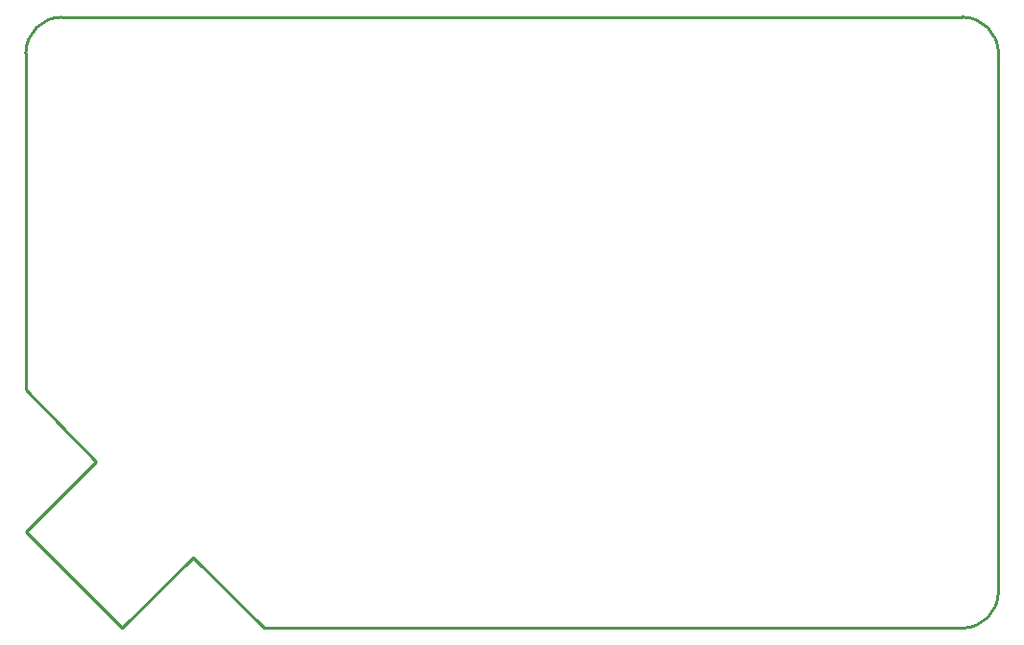
<source format=gko>
G04 Layer_Color=16711935*
%FSLAX24Y24*%
%MOIN*%
G70*
G01*
G75*
%ADD29C,0.0100*%
D29*
X1252Y21220D02*
G03*
X0Y19969I0J-1252D01*
G01*
X33750D02*
G03*
X32498Y21220I-1252J0D01*
G01*
X32496Y0D02*
G03*
X33748Y1252I0J1252D01*
G01*
X1252Y21220D02*
X32498D01*
X33750Y1252D02*
Y19969D01*
X0Y3341D02*
X3341Y0D01*
X0Y8268D02*
Y19969D01*
X3Y3338D02*
X2447Y5781D01*
X8268Y0D02*
X32496D01*
X3343Y-3D02*
X5787Y2441D01*
X8268Y0D01*
X0Y8268D02*
X2447Y5781D01*
M02*

</source>
